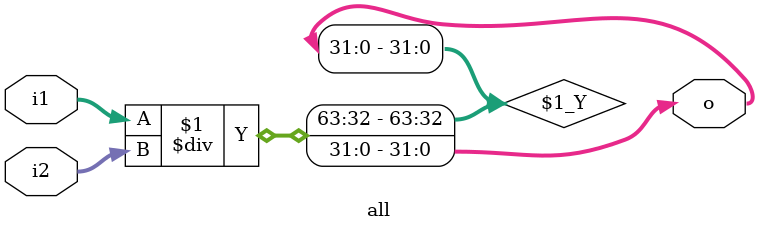
<source format=v>
module all ( i1, i2, o);
input [63:0] i1;
input [31:0] i2;
output [31:0] o;

wire [31:0] o;
assign o = i1 / i2;

endmodule 
</source>
